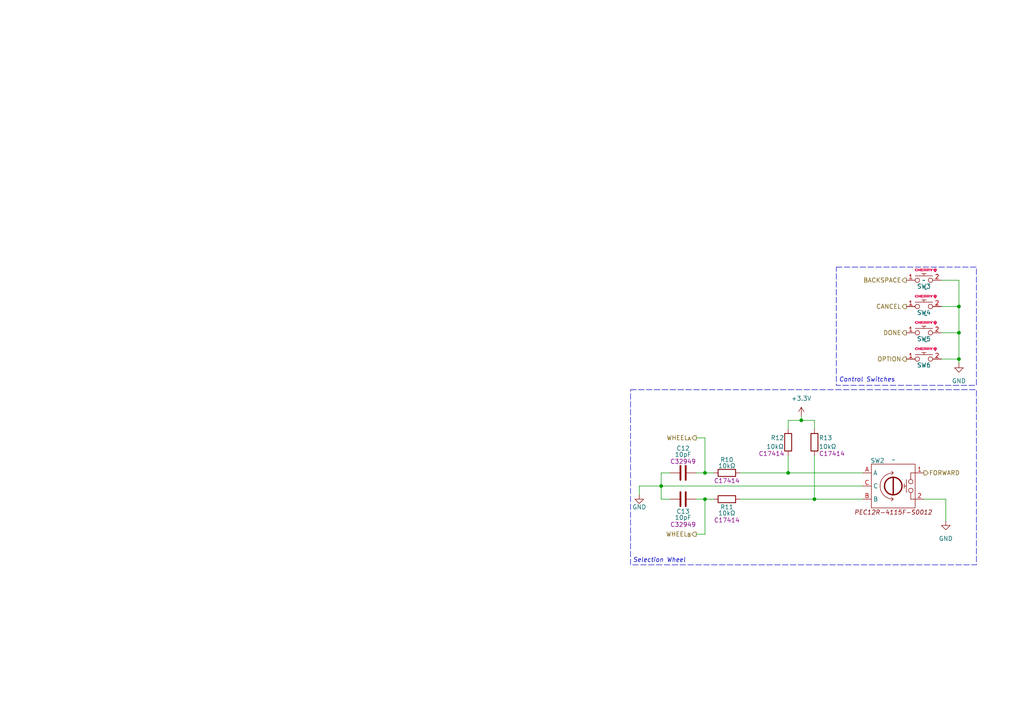
<source format=kicad_sch>
(kicad_sch (version 20231120) (generator "eeschema") (generator_version "8.0")
  (paper "A4")
  (title_block (title "Candytuft WS2811 Controller - User Controls") (date "2024-10-18") (rev "1") (company "https://git.creatures.gay/digimint/candytuft") (comment 3 "Licensed under the CERN OHL-S v2") (comment 4 "Copyright 2024 digimint"))
  (lib_symbols
    (symbol "Device:C" (pin_numbers hide) (pin_names (offset 0.254))
      (property "Reference" "C" (at 0.635 2.54 0))
      (property "Value" "C" (at 0.635 -2.54 0))
      (symbol "C_0_1"
        (polyline (pts (xy -2.032 -0.762) (xy 2.032 -0.762)) (stroke (width 0.508)))
        (polyline (pts (xy -2.032 0.762) (xy 2.032 0.762)) (stroke (width 0.508)))
      )
      (symbol "C_1_1"
        (pin passive line (at 0 3.81 270) (length 2.794) (name "~") (number "1"))
        (pin passive line (at 0 -3.81 90) (length 2.794) (name "~") (number "2"))
      )
    )
    (symbol "Device:R" (pin_numbers hide) (pin_names (offset 0))
      (property "Reference" "R" (at 2.032 0 90))
      (property "Value" "R" (at 0 0 90))
      (symbol "R_0_1"
        (rectangle (start -1.016 -2.54) (end 1.016 2.54) (stroke (width 0.254)))
      )
      (symbol "R_1_1"
        (pin passive line (at 0 3.81 270) (length 1.27) (name "~") (number "1"))
        (pin passive line (at 0 -3.81 90) (length 1.27) (name "~") (number "2"))
      )
    )
    (symbol "candytuft:Cherry-Style-Keyswitch"
      (property "Reference" "SW" (at 0 -1.778 0))
      (symbol "Cherry-Style-Keyswitch_0_1"
        (circle (center -1.905 0) (radius 0.635))
        (polyline (pts (xy -2.54 1.27) (xy 2.54 1.27)))
        (polyline (pts (xy -0.635 1.905) (xy 0.635 1.905)))
        (polyline (pts (xy 0 1.905) (xy 0 1.27)))
        (circle (center 1.905 0) (radius 0.635))
      )
      (symbol "Cherry-Style-Keyswitch_1_0"
        (polyline (pts (xy 2.9822 2.6822) (xy 2.9811 2.6823) (xy 2.9823 2.6829) (xy 2.9822 2.6822)) (stroke (width -0.0001)) (fill (type color) (color 227 0 64 1)))
        (polyline (pts (xy -1.5572 3.091) (xy -1.2546 3.091) (xy -1.2546 3.3715) (xy -1.0065 3.3715) (xy -1.0065 2.6064) (xy -1.2546 2.6064) (xy -1.2546 2.8782) (xy -1.5572 2.8782) (xy -1.5572 2.6064) (xy -1.8059 2.6064) (xy -1.8059 3.3715) (xy -1.5572 3.3715) (xy -1.5572 3.091)) (stroke (width -0.0001)) (fill (type color) (color 227 0 64 1)))
        (polyline (pts (xy -0.1747 3.193) (xy -0.6465 3.193) (xy -0.6465 3.0695) (xy -0.3347 3.0695) (xy -0.3347 2.902) (xy -0.6465 2.902) (xy -0.6465 2.7867) (xy -0.1567 2.7867) (xy -0.1567 2.6064) (xy -0.8952 2.6064) (xy -0.8952 3.3715) (xy -0.1747 3.3715) (xy -0.1747 3.193)) (stroke (width -0.0001)) (fill (type color) (color 227 0 64 1)))
        (polyline (pts (xy 2.2698 2.8266) (xy 2.2679 2.8233) (xy 2.2662 2.8199) (xy 2.2646 2.8166) (xy 2.2631 2.8132) (xy 2.2617 2.8098) (xy 2.2605 2.8065) (xy 2.2594 2.8031) (xy 2.2584 2.7996) (xy 2.2575 2.7962) (xy 2.2568 2.7926) (xy 2.2561 2.7891) (xy 2.2556 2.7855) (xy 2.2553 2.7818) (xy 2.255 2.7781) (xy 2.2548 2.7743) (xy 2.2548 2.7704) (xy 2.2548 2.6064) (xy 1.9846 2.6064) (xy 1.9846 2.7704) (xy 1.9846 2.7743) (xy 1.9844 2.7781) (xy 1.9841 2.7818) (xy 1.9837 2.7855) (xy 1.9832 2.7891) (xy 1.9826 2.7926) (xy 1.9819 2.7962) (xy 1.981 2.7996) (xy 1.98 2.8031) (xy 1.9789 2.8065) (xy 1.9777 2.8098) (xy 1.9763 2.8132) (xy 1.9748 2.8166) (xy 1.9732 2.8199) (xy 1.9714 2.8233) (xy 1.9696 2.8266) (xy 1.6548 3.3715) (xy 1.9388 3.3715) (xy 2.1098 3.0753) (xy 2.1104 3.0744) (xy 2.1109 3.0736) (xy 2.1115 3.0728) (xy 2.1121 3.0721) (xy 2.1127 3.0714) (xy 2.1133 3.0708) (xy 2.1139 3.0703) (xy 2.1145 3.0698) (xy 2.1152 3.0694) (xy 2.1158 3.069) (xy 2.1164 3.0687) (xy 2.1171 3.0684) (xy 2.1177 3.0682) (xy 2.1184 3.0681) (xy 2.119 3.068) (xy 2.1197 3.0679) (xy 2.1203 3.068) (xy 2.121 3.0681) (xy 2.1216 3.0682) (xy 2.1223 3.0684) (xy 2.1229 3.0687) (xy 2.1236 3.069) (xy 2.1242 3.0694) (xy 2.1248 3.0698) (xy 2.1255 3.0703) (xy 2.1261 3.0708) (xy 2.1267 3.0714) (xy 2.1273 3.0721) (xy 2.1279 3.0728) (xy 2.1284 3.0736) (xy 2.129 3.0744) (xy 2.1295 3.0753) (xy 2.3005 3.3715) (xy 2.5846 3.3715) (xy 2.2698 2.8266)) (stroke (width -0.0001)) (fill (type color) (color 227 0 64 1)))
        (polyline (pts (xy -1.905 3.175) (xy -2.1775 3.175) (xy -2.187 3.1748) (xy -2.1965 3.1741) (xy -2.2058 3.1729) (xy -2.2149 3.1712) (xy -2.2239 3.1692) (xy -2.2327 3.1667) (xy -2.2414 3.1637) (xy -2.2498 3.1604) (xy -2.2581 3.1567) (xy -2.2661 3.1525) (xy -2.2739 3.1481) (xy -2.2814 3.1432) (xy -2.2887 3.138) (xy -2.2958 3.1325) (xy -2.3025 3.1266) (xy -2.309 3.1205) (xy -2.3151 3.114) (xy -2.321 3.1073) (xy -2.3265 3.1002) (xy -2.3317 3.0929) (xy -2.3366 3.0854) (xy -2.341 3.0776) (xy -2.3452 3.0696) (xy -2.3489 3.0613) (xy -2.3522 3.0529) (xy -2.3552 3.0442) (xy -2.3577 3.0354) (xy -2.3598 3.0264) (xy -2.3614 3.0173) (xy -2.3626 3.008) (xy -2.3633 2.9985) (xy -2.3635 2.989) (xy -2.3633 2.9794) (xy -2.3626 2.97) (xy -2.3614 2.9607) (xy -2.3598 2.9515) (xy -2.3577 2.9425) (xy -2.3552 2.9337) (xy -2.3522 2.925) (xy -2.3489 2.9166) (xy -2.3452 2.9084) (xy -2.341 2.9003) (xy -2.3366 2.8925) (xy -2.3317 2.885) (xy -2.3265 2.8777) (xy -2.321 2.8707) (xy -2.3151 2.8639) (xy -2.309 2.8574) (xy -2.3025 2.8513) (xy -2.2958 2.8454) (xy -2.2887 2.8399) (xy -2.2814 2.8347) (xy -2.2739 2.8299) (xy -2.2661 2.8254) (xy -2.2581 2.8213) (xy -2.2498 2.8175) (xy -2.2414 2.8142) (xy -2.2327 2.8113) (xy -2.2239 2.8088) (xy -2.2149 2.8067) (xy -2.2058 2.805) (xy -2.1965 2.8038) (xy -2.187 2.8031) (xy -2.1775 2.8029) (xy -1.905 2.8029) (xy -1.905 2.607) (xy -2.2302 2.607) (xy -2.2499 2.6074) (xy -2.2693 2.6089) (xy -2.2884 2.6114) (xy -2.3072 2.6147) (xy -2.3257 2.619) (xy -2.3439 2.6241) (xy -2.3616 2.6301) (xy -2.379 2.637) (xy -2.396 2.6446) (xy -2.4124 2.6531) (xy -2.4285 2.6623) (xy -2.444 2.6722) (xy -2.459 2.6829) (xy -2.4735 2.6942) (xy -2.4873 2.7062) (xy -2.5006 2.7189) (xy -2.5133 2.7322) (xy -2.5253 2.7461) (xy -2.5367 2.7605) (xy -2.5474 2.7755) (xy -2.5573 2.791) (xy -2.5666 2.807) (xy -2.575 2.8235) (xy -2.5827 2.8405) (xy -2.5896 2.8579) (xy -2.5956 2.8757) (xy -2.6007 2.8938) (xy -2.605 2.9124) (xy -2.6084 2.9312) (xy -2.6108 2.9504) (xy -2.6123 2.9698) (xy -2.6128 2.9895) (xy -2.6123 3.0093) (xy -2.6108 3.0287) (xy -2.6084 3.0479) (xy -2.605 3.0667) (xy -2.6007 3.0852) (xy -2.5956 3.1034) (xy -2.5896 3.1211) (xy -2.5827 3.1385) (xy -2.575 3.1554) (xy -2.5666 3.1719) (xy -2.5573 3.1879) (xy -2.5474 3.2034) (xy -2.5367 3.2184) (xy -2.5253 3.2328) (xy -2.5133 3.2466) (xy -2.5006 3.2599) (xy -2.4873 3.2725) (xy -2.4735 3.2845) (xy -2.459 3.2958) (xy -2.444 3.3065) (xy -2.4285 3.3164) (xy -2.4124 3.3256) (xy -2.396 3.334) (xy -2.379 3.3416) (xy -2.3616 3.3484) (xy -2.3439 3.3544) (xy -2.3257 3.3596) (xy -2.3072 3.3638) (xy -2.2884 3.3672) (xy -2.2693 3.3696) (xy -2.2499 3.3711) (xy -2.2302 3.3715) (xy -1.905 3.3715) (xy -1.905 3.175)) (stroke (width -0.0001)) (fill (type color) (color 227 0 64 1)))
        (polyline (pts (xy 3.3298 2.8891) (xy 3.336 2.8827) (xy 3.3422 2.8763) (xy 3.3485 2.8701) (xy 3.3548 2.8638) (xy 3.3612 2.8577) (xy 3.3676 2.8517) (xy 3.3741 2.8458) (xy 3.3791 2.8415) (xy 3.3842 2.8372) (xy 3.3945 2.8288) (xy 3.4048 2.8204) (xy 3.4153 2.8122) (xy 3.4225 2.8068) (xy 3.4298 2.8014) (xy 3.4372 2.7961) (xy 3.4447 2.7909) (xy 3.4522 2.7858) (xy 3.4598 2.7808) (xy 3.4674 2.7758) (xy 3.475 2.771) (xy 3.4828 2.7661) (xy 3.4907 2.7612) (xy 3.4987 2.7565) (xy 3.5067 2.7518) (xy 3.5148 2.7472) (xy 3.5229 2.7427) (xy 3.5393 2.7339) (xy 3.5395 2.7338) (xy 3.5398 2.7337) (xy 3.54 2.7335) (xy 3.5402 2.7334) (xy 3.5406 2.7331) (xy 3.5411 2.7328) (xy 3.5413 2.7327) (xy 3.5415 2.7326) (xy 3.5417 2.7324) (xy 3.5419 2.7324) (xy 3.5421 2.7323) (xy 3.5423 2.7322) (xy 3.5424 2.7322) (xy 3.5425 2.7322) (xy 3.5426 2.7322) (xy 3.5427 2.7322) (xy 3.5428 2.7322) (xy 3.5468 2.7168) (xy 3.5499 2.7013) (xy 3.5522 2.6857) (xy 3.5535 2.67) (xy 3.554 2.6544) (xy 3.5537 2.6388) (xy 3.5525 2.6233) (xy 3.5504 2.6078) (xy 3.5475 2.5925) (xy 3.5438 2.5774) (xy 3.5393 2.5625) (xy 3.5339 2.5478) (xy 3.5278 2.5334) (xy 3.5208 2.5193) (xy 3.5131 2.5055) (xy 3.5045 2.4922) (xy 3.4953 2.4793) (xy 3.4854 2.4671) (xy 3.4749 2.4555) (xy 3.4639 2.4446) (xy 3.4523 2.4343) (xy 3.4401 2.4248) (xy 3.4275 2.4159) (xy 3.4144 2.4077) (xy 3.4009 2.4002) (xy 3.3869 2.3935) (xy 3.3726 2.3875) (xy 3.358 2.3823) (xy 3.343 2.3778) (xy 3.3277 2.3742) (xy 3.3122 2.3713) (xy 3.2964 2.3693) (xy 3.2806 2.3682) (xy 3.2648 2.3679) (xy 3.249 2.3685) (xy 3.2334 2.3699) (xy 3.218 2.3721) (xy 3.2027 2.3751) (xy 3.1876 2.3789) (xy 3.1727 2.3836) (xy 3.1582 2.389) (xy 3.1439 2.3952) (xy 3.1301 2.4022) (xy 3.1165 2.41) (xy 3.1034 2.4185) (xy 3.0908 2.4278) (xy 3.0786 2.4379) (xy 3.0669 2.4487) (xy 3.0558 2.4601) (xy 3.0455 2.472) (xy 3.0359 2.4844) (xy 3.027 2.4972) (xy 3.0189 2.5106) (xy 3.0115 2.5243) (xy 3.0049 2.5383) (xy 2.9991 2.5528) (xy 2.994 2.5675) (xy 2.9898 2.5824) (xy 2.9864 2.5976) (xy 2.9837 2.613) (xy 2.982 2.6286) (xy 2.981 2.6443) (xy 2.9809 2.6601) (xy 2.9817 2.6759) (xy 2.9818 2.6764) (xy 2.9819 2.6769) (xy 2.9819 2.6774) (xy 2.982 2.678) (xy 2.9821 2.6786) (xy 2.9821 2.6792) (xy 2.9822 2.6803) (xy 2.9822 2.6813) (xy 2.9822 2.6821) (xy 2.9822 2.6822) (xy 2.9917 2.6814) (xy 3.0022 2.6809) (xy 3.0126 2.6807) (xy 3.023 2.6809) (xy 3.0334 2.6813) (xy 3.0438 2.6821) (xy 3.0542 2.6832) (xy 3.0646 2.6846) (xy 3.0864 2.6888) (xy 3.1077 2.6944) (xy 3.1285 2.7014) (xy 3.1487 2.7097) (xy 3.1683 2.7193) (xy 3.1871 2.73) (xy 3.2052 2.742) (xy 3.2224 2.7551) (xy 3.2387 2.7693) (xy 3.2541 2.7846) (xy 3.2685 2.8009) (xy 3.2819 2.8181) (xy 3.2941 2.8362) (xy 3.3052 2.8552) (xy 3.3151 2.875) (xy 3.3237 2.8956) (xy 3.3298 2.8891)) (stroke (width -0.0001)) (fill (type color) (color 227 0 64 1)))
        (polyline (pts (xy 0.4952 3.3706) (xy 0.519 3.3676) (xy 0.5417 3.3629) (xy 0.5635 3.3565) (xy 0.5842 3.3484) (xy 0.6038 3.3388) (xy 0.6224 3.3277) (xy 0.6398 3.3154) (xy 0.656 3.3017) (xy 0.671 3.287) (xy 0.6848 3.2712) (xy 0.6973 3.2544) (xy 0.7085 3.2368) (xy 0.7184 3.2185) (xy 0.727 3.1995) (xy 0.7341 3.1799) (xy 0.7398 3.1599) (xy 0.7441 3.1394) (xy 0.7469 3.1188) (xy 0.7482 3.0979) (xy 0.7479 3.077) (xy 0.746 3.0561) (xy 0.7425 3.0353) (xy 0.7374 3.0147) (xy 0.7306 2.9945) (xy 0.7221 2.9746) (xy 0.7118 2.9553) (xy 0.6998 2.9366) (xy 0.686 2.9185) (xy 0.6703 2.9013) (xy 0.6528 2.8849) (xy 0.6334 2.8695) (xy 0.6334 2.869) (xy 0.7731 2.6058) (xy 0.5766 2.6058) (xy 0.5711 2.6059) (xy 0.5659 2.6063) (xy 0.561 2.6069) (xy 0.5586 2.6073) (xy 0.5563 2.6077) (xy 0.5541 2.6083) (xy 0.5519 2.6089) (xy 0.5498 2.6095) (xy 0.5477 2.6103) (xy 0.5457 2.6111) (xy 0.5437 2.612) (xy 0.5418 2.6129) (xy 0.5399 2.614) (xy 0.5381 2.6151) (xy 0.5363 2.6163) (xy 0.5346 2.6175) (xy 0.5329 2.6189) (xy 0.5312 2.6203) (xy 0.5296 2.6218) (xy 0.5279 2.6234) (xy 0.5264 2.6251) (xy 0.5248 2.6269) (xy 0.5233 2.6287) (xy 0.5203 2.6327) (xy 0.5174 2.637) (xy 0.5146 2.6417) (xy 0.4537 2.7478) (xy 0.4492 2.7552) (xy 0.4446 2.7621) (xy 0.4398 2.7684) (xy 0.4349 2.7741) (xy 0.4297 2.7794) (xy 0.4244 2.7841) (xy 0.4189 2.7882) (xy 0.413 2.7919) (xy 0.407 2.7952) (xy 0.4006 2.7979) (xy 0.3938 2.8002) (xy 0.3868 2.802) (xy 0.3793 2.8034) (xy 0.3715 2.8044) (xy 0.3633 2.805) (xy 0.3546 2.8052) (xy 0.1755 2.8052) (xy 0.1755 2.6064) (xy -0.0587 2.6064) (xy -0.0587 2.9913) (xy 0.1755 2.9913) (xy 0.4131 2.9913) (xy 0.4184 2.9914) (xy 0.4235 2.9918) (xy 0.4286 2.9925) (xy 0.4336 2.9934) (xy 0.4386 2.9945) (xy 0.4434 2.9959) (xy 0.4482 2.9975) (xy 0.4528 2.9993) (xy 0.4573 3.0014) (xy 0.4617 3.0036) (xy 0.466 3.0061) (xy 0.4701 3.0087) (xy 0.4741 3.0116) (xy 0.478 3.0146) (xy 0.4817 3.0178) (xy 0.4852 3.0212) (xy 0.4886 3.0248) (xy 0.4918 3.0285) (xy 0.4948 3.0323) (xy 0.4977 3.0363) (xy 0.5003 3.0405) (xy 0.5028 3.0447) (xy 0.5051 3.0491) (xy 0.5071 3.0536) (xy 0.5089 3.0583) (xy 0.5105 3.063) (xy 0.5119 3.0678) (xy 0.5131 3.0728) (xy 0.514 3.0778) (xy 0.5146 3.0829) (xy 0.515 3.0881) (xy 0.5151 3.0933) (xy 0.515 3.0985) (xy 0.5146 3.1037) (xy 0.514 3.1088) (xy 0.5131 3.1138) (xy 0.5119 3.1188) (xy 0.5105 3.1236) (xy 0.5089 3.1283) (xy 0.5071 3.133) (xy 0.5051 3.1375) (xy 0.5028 3.1419) (xy 0.5003 3.1462) (xy 0.4977 3.1503) (xy 0.4948 3.1543) (xy 0.4918 3.1581) (xy 0.4886 3.1619) (xy 0.4852 3.1654) (xy 0.4817 3.1688) (xy 0.478 3.172) (xy 0.4741 3.175) (xy 0.4701 3.1779) (xy 0.466 3.1805) (xy 0.4617 3.183) (xy 0.4573 3.1852) (xy 0.4528 3.1873) (xy 0.4482 3.1891) (xy 0.4434 3.1907) (xy 0.4386 3.1921) (xy 0.4336 3.1932) (xy 0.4286 3.1941) (xy 0.4235 3.1948) (xy 0.4184 3.1952) (xy 0.4131 3.1953) (xy 0.1755 3.1953) (xy 0.1755 2.9913) (xy -0.0587 2.9913) (xy -0.0587 3.3715) (xy 0.4705 3.3715) (xy 0.4952 3.3706)) (stroke (width -0.0001)) (fill (type color) (color 227 0 64 1)))
        (polyline (pts (xy 1.4106 3.37) (xy 1.4344 3.3671) (xy 1.4572 3.3623) (xy 1.479 3.3559) (xy 1.4997 3.3478) (xy 1.5194 3.3382) (xy 1.538 3.3272) (xy 1.5554 3.3148) (xy 1.5717 3.3012) (xy 1.5867 3.2864) (xy 1.6005 3.2706) (xy 1.6131 3.2539) (xy 1.6243 3.2363) (xy 1.6342 3.2179) (xy 1.6428 3.1989) (xy 1.6499 3.1793) (xy 1.6557 3.1593) (xy 1.6599 3.1389) (xy 1.6627 3.1182) (xy 1.664 3.0973) (xy 1.6637 3.0764) (xy 1.6619 3.0555) (xy 1.6584 3.0347) (xy 1.6533 3.0142) (xy 1.6465 2.9939) (xy 1.638 2.9741) (xy 1.6277 2.9547) (xy 1.6157 2.936) (xy 1.6019 2.9179) (xy 1.5862 2.9007) (xy 1.5687 2.8843) (xy 1.5493 2.869) (xy 1.5493 2.8684) (xy 1.689 2.6052) (xy 1.4925 2.6052) (xy 1.487 2.6053) (xy 1.4818 2.6057) (xy 1.4769 2.6063) (xy 1.4745 2.6067) (xy 1.4722 2.6072) (xy 1.47 2.6077) (xy 1.4678 2.6083) (xy 1.4656 2.609) (xy 1.4636 2.6097) (xy 1.4616 2.6105) (xy 1.4596 2.6114) (xy 1.4577 2.6124) (xy 1.4558 2.6134) (xy 1.454 2.6145) (xy 1.4522 2.6157) (xy 1.4505 2.617) (xy 1.4488 2.6183) (xy 1.4471 2.6197) (xy 1.4454 2.6213) (xy 1.4438 2.6229) (xy 1.4423 2.6245) (xy 1.4407 2.6263) (xy 1.4392 2.6281) (xy 1.4362 2.6321) (xy 1.4333 2.6365) (xy 1.4305 2.6412) (xy 1.3696 2.7472) (xy 1.3651 2.7547) (xy 1.3605 2.7615) (xy 1.3557 2.7678) (xy 1.3508 2.7736) (xy 1.3456 2.7788) (xy 1.3403 2.7835) (xy 1.3348 2.7877) (xy 1.3289 2.7914) (xy 1.3228 2.7946) (xy 1.3164 2.7973) (xy 1.3097 2.7996) (xy 1.3027 2.8014) (xy 1.2952 2.8029) (xy 1.2874 2.8038) (xy 1.2791 2.8044) (xy 1.2705 2.8046) (xy 1.0913 2.8046) (xy 1.0913 2.6058) (xy 0.8572 2.6058) (xy 0.8572 2.9907) (xy 1.0913 2.9907) (xy 1.329 2.9907) (xy 1.3342 2.9908) (xy 1.3394 2.9912) (xy 1.3445 2.9919) (xy 1.3495 2.9928) (xy 1.3545 2.9939) (xy 1.3593 2.9953) (xy 1.364 2.9969) (xy 1.3687 2.9987) (xy 1.3732 3.0008) (xy 1.3776 3.003) (xy 1.3819 3.0055) (xy 1.386 3.0082) (xy 1.39 3.011) (xy 1.3939 3.014) (xy 1.3976 3.0172) (xy 1.4011 3.0206) (xy 1.4045 3.0242) (xy 1.4077 3.0279) (xy 1.4107 3.0317) (xy 1.4136 3.0357) (xy 1.4162 3.0399) (xy 1.4187 3.0441) (xy 1.421 3.0485) (xy 1.423 3.0531) (xy 1.4248 3.0577) (xy 1.4264 3.0624) (xy 1.4278 3.0673) (xy 1.429 3.0722) (xy 1.4299 3.0772) (xy 1.4305 3.0823) (xy 1.4309 3.0875) (xy 1.431 3.0927) (xy 1.4309 3.098) (xy 1.4305 3.1031) (xy 1.4299 3.1082) (xy 1.429 3.1132) (xy 1.4278 3.1182) (xy 1.4264 3.123) (xy 1.4248 3.1278) (xy 1.423 3.1324) (xy 1.421 3.1369) (xy 1.4187 3.1413) (xy 1.4162 3.1456) (xy 1.4136 3.1497) (xy 1.4107 3.1537) (xy 1.4077 3.1576) (xy 1.4045 3.1613) (xy 1.4011 3.1648) (xy 1.3976 3.1682) (xy 1.3939 3.1714) (xy 1.39 3.1744) (xy 1.386 3.1773) (xy 1.3819 3.1799) (xy 1.3776 3.1824) (xy 1.3732 3.1847) (xy 1.3687 3.1867) (xy 1.364 3.1885) (xy 1.3593 3.1901) (xy 1.3545 3.1915) (xy 1.3495 3.1927) (xy 1.3445 3.1936) (xy 1.3394 3.1942) (xy 1.3342 3.1946) (xy 1.329 3.1947) (xy 1.0913 3.1947) (xy 1.0913 2.9907) (xy 0.8572 2.9907) (xy 0.8572 3.371) (xy 1.3858 3.371) (xy 1.4106 3.37)) (stroke (width -0.0001)) (fill (type color) (color 227 0 64 1)))
        (polyline (pts (xy 3.2735 3.612) (xy 3.2788 3.6114) (xy 3.2842 3.6104) (xy 3.2895 3.6091) (xy 3.2947 3.6075) (xy 3.2998 3.6055) (xy 3.3048 3.6031) (xy 3.3095 3.6005) (xy 3.314 3.5976) (xy 3.3183 3.5944) (xy 3.3224 3.591) (xy 3.3262 3.5873) (xy 3.3298 3.5833) (xy 3.3331 3.5792) (xy 3.3361 3.5748) (xy 3.3388 3.5702) (xy 3.3412 3.5655) (xy 3.3432 3.5606) (xy 3.345 3.5555) (xy 3.3464 3.5502) (xy 3.3474 3.5449) (xy 3.3478 3.5421) (xy 3.3481 3.5394) (xy 3.3483 3.5367) (xy 3.3484 3.5339) (xy 3.3485 3.5312) (xy 3.3484 3.5284) (xy 3.3482 3.5257) (xy 3.348 3.523) (xy 3.3476 3.5203) (xy 3.3472 3.5176) (xy 3.3467 3.5149) (xy 3.3461 3.5123) (xy 3.3454 3.5096) (xy 3.3446 3.5071) (xy 3.3437 3.5045) (xy 3.3428 3.502) (xy 3.3417 3.4996) (xy 3.3405 3.4972) (xy 3.3393 3.4948) (xy 3.338 3.4925) (xy 3.3367 3.4902) (xy 3.3353 3.4879) (xy 3.3339 3.4856) (xy 3.3324 3.4834) (xy 3.3323 3.4833) (xy 3.3321 3.4832) (xy 3.332 3.4831) (xy 3.3319 3.483) (xy 3.3316 3.4828) (xy 3.3314 3.4827) (xy 3.3313 3.4826) (xy 3.3312 3.4824) (xy 3.331 3.4823) (xy 3.3309 3.4822) (xy 3.3308 3.4821) (xy 3.3307 3.482) (xy 3.3307 3.4819) (xy 3.3307 3.4818) (xy 3.3306 3.4817) (xy 3.3305 3.4816) (xy 3.3304 3.4815) (xy 3.3301 3.4812) (xy 3.3298 3.481) (xy 3.3297 3.4809) (xy 3.3296 3.4807) (xy 3.3294 3.4806) (xy 3.3293 3.4805) (xy 3.3292 3.4804) (xy 3.3292 3.4803) (xy 3.3291 3.4802) (xy 3.3291 3.4801) (xy 3.329 3.4801) (xy 3.329 3.48) (xy 3.329 3.4799) (xy 3.329 3.4798) (xy 3.3289 3.4797) (xy 3.3289 3.4796) (xy 3.3289 3.4795) (xy 3.3289 3.4794) (xy 3.3287 3.4789) (xy 3.3285 3.4785) (xy 3.3284 3.4781) (xy 3.3282 3.4776) (xy 3.3282 3.4772) (xy 3.3281 3.4768) (xy 3.328 3.4763) (xy 3.328 3.4759) (xy 3.328 3.4755) (xy 3.3281 3.475) (xy 3.3282 3.4746) (xy 3.3282 3.4742) (xy 3.3284 3.4737) (xy 3.3285 3.4733) (xy 3.3287 3.4728) (xy 3.3289 3.4724) (xy 3.3291 3.4721) (xy 3.3293 3.4718) (xy 3.3295 3.4714) (xy 3.3297 3.4711) (xy 3.3298 3.4708) (xy 3.33 3.4705) (xy 3.3301 3.4701) (xy 3.3303 3.4698) (xy 3.3305 3.4692) (xy 3.3308 3.4685) (xy 3.3312 3.4672) (xy 3.3321 3.4646) (xy 3.3331 3.462) (xy 3.334 3.4594) (xy 3.3351 3.4568) (xy 3.3372 3.4515) (xy 3.3393 3.4463) (xy 3.3561 3.4057) (xy 3.3763 3.3584) (xy 3.3969 3.3118) (xy 3.4179 3.2659) (xy 3.4394 3.2204) (xy 3.4615 3.1752) (xy 3.4842 3.1301) (xy 3.5076 3.0849) (xy 3.5318 3.0394) (xy 3.5326 3.038) (xy 3.5335 3.0368) (xy 3.5345 3.0356) (xy 3.5355 3.0345) (xy 3.5367 3.0336) (xy 3.5378 3.0327) (xy 3.5391 3.032) (xy 3.5404 3.0313) (xy 3.5418 3.0308) (xy 3.5432 3.0304) (xy 3.5446 3.0302) (xy 3.5461 3.03) (xy 3.5475 3.03) (xy 3.549 3.0301) (xy 3.5506 3.0303) (xy 3.5513 3.0305) (xy 3.5521 3.0307) (xy 3.512 3.126) (xy 3.4739 3.2193) (xy 3.4367 3.313) (xy 3.3996 3.4092) (xy 3.4002 3.4092) (xy 3.4136 3.4059) (xy 3.427 3.4024) (xy 3.4403 3.3985) (xy 3.4535 3.3943) (xy 3.4667 3.3899) (xy 3.4797 3.3851) (xy 3.4925 3.3799) (xy 3.5053 3.3744) (xy 3.5179 3.3686) (xy 3.5303 3.3624) (xy 3.5425 3.3559) (xy 3.5546 3.3489) (xy 3.5665 3.3416) (xy 3.5781 3.3338) (xy 3.5896 3.3256) (xy 3.6008 3.3171) (xy 3.6117 3.3081) (xy 3.6221 3.2988) (xy 3.6322 3.2892) (xy 3.6419 3.2793) (xy 3.6512 3.2691) (xy 3.6601 3.2586) (xy 3.6686 3.2478) (xy 3.6767 3.2367) (xy 3.6844 3.2253) (xy 3.6918 3.2137) (xy 3.6988 3.2018) (xy 3.7054 3.1896) (xy 3.7117 3.1772) (xy 3.7176 3.1646) (xy 3.7231 3.1517) (xy 3.7283 3.1385) (xy 3.7372 3.1123) (xy 3.7448 3.0855) (xy 3.751 3.0583) (xy 3.7559 3.0308) (xy 3.7596 3.003) (xy 3.7621 2.975) (xy 3.7636 2.9469) (xy 3.7639 2.9187) (xy 3.7634 2.8905) (xy 3.7619 2.8624) (xy 3.7595 2.8344) (xy 3.7563 2.8067) (xy 3.7524 2.7793) (xy 3.7479 2.7523) (xy 3.7427 2.7257) (xy 3.737 2.6997) (xy 3.7102 2.7091) (xy 3.6832 2.7191) (xy 3.6561 2.7299) (xy 3.629 2.7415) (xy 3.6019 2.7538) (xy 3.5751 2.7669) (xy 3.5485 2.7809) (xy 3.5224 2.7957) (xy 3.4967 2.8114) (xy 3.4717 2.828) (xy 3.4473 2.8455) (xy 3.4238 2.864) (xy 3.4012 2.8834) (xy 3.3796 2.9038) (xy 3.3591 2.9253) (xy 3.3399 2.9478) (xy 3.3434 2.9685) (xy 3.3455 2.9892) (xy 3.3464 3.0099) (xy 3.346 3.0305) (xy 3.3443 3.0509) (xy 3.3413 3.0712) (xy 3.3372 3.0912) (xy 3.3318 3.1108) (xy 3.3252 3.1302) (xy 3.3175 3.149) (xy 3.3086 3.1675) (xy 3.2985 3.1853) (xy 3.2873 3.2026) (xy 3.275 3.2193) (xy 3.2616 3.2352) (xy 3.2472 3.2504) (xy 3.2486 3.2612) (xy 3.2502 3.272) (xy 3.2521 3.2828) (xy 3.2542 3.2934) (xy 3.2565 3.3041) (xy 3.2591 3.3146) (xy 3.262 3.3251) (xy 3.2651 3.3356) (xy 3.2667 3.341) (xy 3.2684 3.3465) (xy 3.2702 3.3519) (xy 3.272 3.3573) (xy 3.274 3.3626) (xy 3.276 3.368) (xy 3.2781 3.3733) (xy 3.2802 3.3785) (xy 3.2808 3.38) (xy 3.2814 3.3814) (xy 3.2825 3.3842) (xy 3.2831 3.3856) (xy 3.2836 3.3869) (xy 3.2842 3.3882) (xy 3.2848 3.3895) (xy 3.2872 3.3947) (xy 3.2872 3.3948) (xy 3.2872 3.395) (xy 3.2873 3.3951) (xy 3.2873 3.3953) (xy 3.2875 3.3956) (xy 3.2877 3.396) (xy 3.2878 3.3962) (xy 3.288 3.3964) (xy 3.2881 3.3966) (xy 3.2881 3.3968) (xy 3.2882 3.397) (xy 3.2882 3.3971) (xy 3.2883 3.3972) (xy 3.2883 3.3973) (xy 3.2883 3.3974) (xy 3.2883 3.3975) (xy 3.2883 3.3976) (xy 3.2883 3.4017) (xy 3.2883 3.4019) (xy 3.2883 3.402) (xy 3.2883 3.4022) (xy 3.2883 3.4023) (xy 3.2882 3.4026) (xy 3.2881 3.4029) (xy 3.288 3.4032) (xy 3.2879 3.4035) (xy 3.2878 3.4037) (xy 3.2877 3.404) (xy 3.2871 3.4051) (xy 3.287 3.4054) (xy 3.2868 3.4057) (xy 3.2867 3.406) (xy 3.2866 3.4063) (xy 3.2866 3.4064) (xy 3.2865 3.4066) (xy 3.2865 3.4067) (xy 3.2864 3.4069) (xy 3.2862 3.4072) (xy 3.286 3.4076) (xy 3.2859 3.4078) (xy 3.2858 3.408) (xy 3.2857 3.4082) (xy 3.2856 3.4084) (xy 3.2855 3.4086) (xy 3.2855 3.4087) (xy 3.2855 3.4088) (xy 3.2855 3.4089) (xy 3.2854 3.409) (xy 3.2854 3.4091) (xy 3.2854 3.4092) (xy 3.2852 3.4096) (xy 3.285 3.4099) (xy 3.2848 3.4102) (xy 3.2846 3.4105) (xy 3.2843 3.4112) (xy 3.284 3.4119) (xy 3.2833 3.4134) (xy 3.2829 3.4142) (xy 3.2825 3.415) (xy 3.2715 3.4394) (xy 3.2704 3.4423) (xy 3.2702 3.4425) (xy 3.2701 3.4427) (xy 3.27 3.4429) (xy 3.2698 3.4431) (xy 3.2695 3.4436) (xy 3.2693 3.444) (xy 3.2691 3.4442) (xy 3.269 3.4444) (xy 3.2689 3.4447) (xy 3.2688 3.4449) (xy 3.2687 3.4451) (xy 3.2687 3.4452) (xy 3.2687 3.4453) (xy 3.2686 3.4454) (xy 3.2686 3.4455) (xy 3.2686 3.4456) (xy 3.2686 3.4457) (xy 3.2683 3.4463) (xy 3.2679 3.4468) (xy 3.2676 3.4473) (xy 3.2672 3.4478) (xy 3.2668 3.4482) (xy 3.2664 3.4487) (xy 3.266 3.4491) (xy 3.2656 3.4494) (xy 3.2651 3.4498) (xy 3.2647 3.4501) (xy 3.2644 3.4502) (xy 3.2642 3.4503) (xy 3.264 3.4505) (xy 3.2637 3.4506) (xy 3.2635 3.4506) (xy 3.2632 3.4507) (xy 3.263 3.4508) (xy 3.2627 3.4509) (xy 3.2625 3.4509) (xy 3.2622 3.4509) (xy 3.2619 3.451) (xy 3.2617 3.451) (xy 3.2576 3.451) (xy 3.2559 3.4514) (xy 3.2552 3.4516) (xy 3.2544 3.4518) (xy 3.2536 3.4519) (xy 3.2533 3.452) (xy 3.2529 3.452) (xy 3.2525 3.4521) (xy 3.2521 3.4521) (xy 3.2516 3.4521) (xy 3.2512 3.4521) (xy 3.2511 3.4521) (xy 3.2509 3.4522) (xy 3.2507 3.4522) (xy 3.2505 3.4523) (xy 3.2503 3.4524) (xy 3.25 3.4525) (xy 3.2496 3.4527) (xy 3.2491 3.4529) (xy 3.2487 3.4531) (xy 3.2483 3.4533) (xy 3.2466 3.4533) (xy 3.2465 3.4533) (xy 3.2465 3.4534) (xy 3.2464 3.4534) (xy 3.2463 3.4535) (xy 3.2462 3.4536) (xy 3.2461 3.4536) (xy 3.2459 3.4537) (xy 3.2457 3.4537) (xy 3.2456 3.4538) (xy 3.2454 3.4538) (xy 3.2453 3.4538) (xy 3.2451 3.4538) (xy 3.2449 3.4538) (xy 3.2448 3.4539) (xy 3.2445 3.4539) (xy 3.2443 3.4539) (xy 3.244 3.4539) (xy 3.2437 3.4539) (xy 3.2434 3.4539) (xy 3.2431 3.4539) (xy 3.2427 3.4539) (xy 3.2424 3.4539) (xy 3.2417 3.4537) (xy 3.241 3.4536) (xy 3.2402 3.4534) (xy 3.2395 3.4532) (xy 3.2388 3.4529) (xy 3.2382 3.4527) (xy 3.2376 3.4524) (xy 3.2365 3.452) (xy 3.2356 3.4515) (xy 3.2356 3.4504) (xy 3.2344 3.4492) (xy 3.2327 3.4469) (xy 3.2251 3.4376) (xy 3.2177 3.4281) (xy 3.2101 3.4187) (xy 3.2064 3.414) (xy 3.2027 3.4092) (xy 3.1991 3.4043) (xy 3.1956 3.3994) (xy 3.1883 3.3893) (xy 3.1812 3.3793) (xy 3.1743 3.3691) (xy 3.1677 3.3589) (xy 3.1612 3.3486) (xy 3.1549 3.3382) (xy 3.1488 3.3277) (xy 3.1428 3.3171) (xy 3.1398 3.3117) (xy 3.1368 3.3063) (xy 3.1339 3.3009) (xy 3.1312 3.2956) (xy 3.1283 3.2904) (xy 3.1272 3.2875) (xy 3.1271 3.2874) (xy 3.127 3.2873) (xy 3.1269 3.2872) (xy 3.1268 3.2871) (xy 3.1267 3.287) (xy 3.1266 3.2868) (xy 3.1265 3.2866) (xy 3.1264 3.2864) (xy 3.1263 3.2862) (xy 3.1262 3.286) (xy 3.1262 3.2858) (xy 3.1261 3.2855) (xy 3.1261 3.2853) (xy 3.126 3.2851) (xy 3.126 3.2849) (xy 3.126 3.2847) (xy 3.126 3.2845) (xy 3.126 3.284) (xy 3.126 3.2837) (xy 3.1259 3.2835) (xy 3.1259 3.2832) (xy 3.1259 3.2829) (xy 3.1259 3.2827) (xy 3.1259 3.2824) (xy 3.1259 3.2821) (xy 3.1259 3.2819) (xy 3.1259 3.2816) (xy 3.126 3.2813) (xy 3.126 3.2811) (xy 3.1261 3.2808) (xy 3.1262 3.2803) (xy 3.1264 3.2798) (xy 3.1266 3.2793) (xy 3.1268 3.2789) (xy 3.1271 3.2784) (xy 3.1274 3.278) (xy 3.1277 3.2776) (xy 3.1281 3.2772) (xy 3.1283 3.277) (xy 3.1285 3.2768) (xy 3.1287 3.2766) (xy 3.1289 3.2765) (xy 3.1291 3.2764) (xy 3.1293 3.2762) (xy 3.1296 3.2761) (xy 3.1298 3.276) (xy 3.1302 3.2757) (xy 3.1306 3.2754) (xy 3.1309 3.2753) (xy 3.1311 3.2751) (xy 3.1313 3.275) (xy 3.1315 3.2749) (xy 3.1317 3.2749) (xy 3.1318 3.2748) (xy 3.132 3.2748) (xy 3.1321 3.2748) (xy 3.1322 3.2748) (xy 3.1323 3.2747) (xy 3.1324 3.2747) (xy 3.1335 3.2743) (xy 3.1347 3.2738) (xy 3.1359 3.2732) (xy 3.1371 3.2726) (xy 3.1396 3.2714) (xy 3.1422 3.2701) (xy 3.1474 3.2675) (xy 3.1525 3.2648) (xy 3.1575 3.262) (xy 3.1624 3.2591) (xy 3.1673 3.2561) (xy 3.1721 3.253) (xy 3.1769 3.2497) (xy 3.1817 3.2463) (xy 3.1866 3.2427) (xy 3.1915 3.239) (xy 3.1963 3.2351) (xy 3.2011 3.2312) (xy 3.2057 3.2272) (xy 3.2103 3.2231) (xy 3.2148 3.2189) (xy 3.2192 3.2146) (xy 3.2235 3.2102) (xy 3.2277 3.2057) (xy 3.2318 3.2011) (xy 3.2358 3.1964) (xy 3.2397 3.1917) (xy 3.2434 3.1868) (xy 3.2471 3.1818) (xy 3.2506 3.1768) (xy 3.2577 3.1662) (xy 3.2642 3.1554) (xy 3.2702 3.1443) (xy 3.2757 3.133) (xy 3.2807 3.1215) (xy 3.2852 3.1099) (xy 3.2891 3.098) (xy 3.2925 3.086) (xy 3.2954 3.0738) (xy 3.2978 3.0615) (xy 3.2996 3.0491) (xy 3.3009 3.0366) (xy 3.3016 3.0241) (xy 3.3018 3.0114) (xy 3.3014 2.9988) (xy 3.3005 2.9861) (xy 3.299 2.9739) (xy 3.2971 2.9619) (xy 3.2947 2.95) (xy 3.2917 2.9383) (xy 3.2883 2.9267) (xy 3.2845 2.9153) (xy 3.2801 2.904) (xy 3.2753 2.893) (xy 3.27 2.8821) (xy 3.2643 2.8715) (xy 3.2581 2.8611) (xy 3.2514 2.851) (xy 3.2443 2.8411) (xy 3.2368 2.8316) (xy 3.2289 2.8223) (xy 3.2205 2.8133) (xy 3.211 2.804) (xy 3.201 2.7952) (xy 3.1907 2.7868) (xy 3.1801 2.779) (xy 3.1691 2.7716) (xy 3.1578 2.7648) (xy 3.1462 2.7585) (xy 3.1343 2.7527) (xy 3.1222 2.7475) (xy 3.1099 2.7429) (xy 3.0974 2.7388) (xy 3.0846 2.7352) (xy 3.0717 2.7323) (xy 3.0586 2.7299) (xy 3.0454 2.7281) (xy 3.0321 2.7269) (xy 3.0198 2.7264) (xy 3.0076 2.7265) (xy 2.9954 2.727) (xy 2.9832 2.7281) (xy 2.9712 2.7297) (xy 2.9592 2.7318) (xy 2.9473 2.7344) (xy 2.9356 2.7375) (xy 2.924 2.741) (xy 2.9125 2.7451) (xy 2.9012 2.7497) (xy 2.8901 2.7547) (xy 2.8792 2.7603) (xy 2.8685 2.7663) (xy 2.858 2.7728) (xy 2.8478 2.7797) (xy 2.8371 2.7876) (xy 2.8269 2.7961) (xy 2.817 2.8049) (xy 2.8077 2.8142) (xy 2.7988 2.8239) (xy 2.7903 2.8339) (xy 2.7823 2.8443) (xy 2.7749 2.8551) (xy 2.7679 2.8662) (xy 2.7614 2.8777) (xy 2.7555 2.8894) (xy 2.7501 2.9014) (xy 2.7453 2.9137) (xy 2.741 2.9262) (xy 2.7373 2.9389) (xy 2.7341 2.9519) (xy 2.7317 2.9642) (xy 2.7298 2.9765) (xy 2.7285 2.9889) (xy 2.7277 3.0014) (xy 2.7275 3.0138) (xy 2.7278 3.0262) (xy 2.7286 3.0385) (xy 2.7299 3.0508) (xy 2.7318 3.0631) (xy 2.7343 3.0752) (xy 2.7372 3.0873) (xy 2.7407 3.0992) (xy 2.7447 3.111) (xy 2.7491 3.1227) (xy 2.7541 3.1342) (xy 2.7597 3.1455) (xy 2.766 3.1569) (xy 2.7728 3.1681) (xy 2.7801 3.1788) (xy 2.7878 3.1892) (xy 2.7959 3.1993) (xy 2.8045 3.2089) (xy 2.8135 3.2182) (xy 2.8228 3.227) (xy 2.8326 3.2354) (xy 2.8427 3.2433) (xy 2.8532 3.2508) (xy 2.864 3.2579) (xy 2.8751 3.2644) (xy 2.8866 3.2705) (xy 2.8983 3.2761) (xy 2.9104 3.2811) (xy 2.9159 3.2832) (xy 2.9215 3.2852) (xy 2.9272 3.2871) (xy 2.9329 3.2888) (xy 2.9386 3.2905) (xy 2.9443 3.292) (xy 2.9559 3.2946) (xy 2.9676 3.2967) (xy 2.9793 3.2984) (xy 2.9912 3.2996) (xy 3.0031 3.3002) (xy 3.0088 3.3004) (xy 3.0145 3.3005) (xy 3.0203 3.3004) (xy 3.026 3.3002) (xy 3.0318 3.3) (xy 3.0375 3.2996) (xy 3.0432 3.2991) (xy 3.0489 3.2985) (xy 3.0518 3.2985) (xy 3.0524 3.2985) (xy 3.0529 3.2985) (xy 3.0534 3.2986) (xy 3.054 3.2986) (xy 3.0545 3.2987) (xy 3.055 3.2988) (xy 3.0555 3.2989) (xy 3.056 3.2991) (xy 3.0565 3.2993) (xy 3.057 3.2995) (xy 3.0574 3.2997) (xy 3.0576 3.2998) (xy 3.0578 3.3) (xy 3.0581 3.3001) (xy 3.0583 3.3003) (xy 3.0585 3.3004) (xy 3.0586 3.3006) (xy 3.0588 3.3008) (xy 3.059 3.301) (xy 3.0592 3.3012) (xy 3.0593 3.3014) (xy 3.0617 3.3037) (xy 3.0617 3.3049) (xy 3.0621 3.3057) (xy 3.0624 3.3065) (xy 3.0631 3.308) (xy 3.0634 3.3087) (xy 3.0638 3.3094) (xy 3.064 3.3097) (xy 3.0642 3.31) (xy 3.0644 3.3104) (xy 3.0646 3.3107) (xy 3.0704 3.3217) (xy 3.0717 3.3245) (xy 3.0731 3.3273) (xy 3.0745 3.33) (xy 3.0759 3.3327) (xy 3.082 3.3437) (xy 3.0881 3.3545) (xy 3.0944 3.3653) (xy 3.1007 3.3759) (xy 3.1072 3.3864) (xy 3.1139 3.3969) (xy 3.1207 3.4072) (xy 3.1276 3.4175) (xy 3.1347 3.4278) (xy 3.1418 3.4378) (xy 3.1454 3.4427) (xy 3.1491 3.4477) (xy 3.1528 3.4526) (xy 3.1566 3.4575) (xy 3.1604 3.4624) (xy 3.1643 3.4672) (xy 3.1799 3.4863) (xy 3.188 3.4956) (xy 3.1904 3.4979) (xy 3.1905 3.4981) (xy 3.1907 3.4984) (xy 3.1908 3.4986) (xy 3.1909 3.4989) (xy 3.1911 3.4992) (xy 3.1912 3.4995) (xy 3.1914 3.5001) (xy 3.1915 3.5007) (xy 3.1917 3.5013) (xy 3.1918 3.5019) (xy 3.1919 3.5026) (xy 3.1919 3.5031) (xy 3.192 3.5037) (xy 3.1921 3.5046) (xy 3.1921 3.5055) (xy 3.1909 3.5072) (xy 3.1909 3.5084) (xy 3.1908 3.5088) (xy 3.1907 3.5092) (xy 3.1906 3.5096) (xy 3.1904 3.51) (xy 3.1898 3.5115) (xy 3.1896 3.5122) (xy 3.1895 3.5125) (xy 3.1894 3.5128) (xy 3.1893 3.5132) (xy 3.1892 3.5135) (xy 3.1892 3.5138) (xy 3.1892 3.5141) (xy 3.1882 3.5195) (xy 3.1876 3.5249) (xy 3.1873 3.5302) (xy 3.1874 3.5356) (xy 3.1879 3.5409) (xy 3.1887 3.5462) (xy 3.1898 3.5514) (xy 3.1913 3.5565) (xy 3.1931 3.5615) (xy 3.1953 3.5663) (xy 3.1977 3.5711) (xy 3.2005 3.5756) (xy 3.2036 3.58) (xy 3.207 3.5842) (xy 3.2107 3.5881) (xy 3.2147 3.5918) (xy 3.2188 3.5954) (xy 3.2232 3.5986) (xy 3.2277 3.6014) (xy 3.2323 3.604) (xy 3.2372 3.6062) (xy 3.2421 3.608) (xy 3.2472 3.6096) (xy 3.2523 3.6107) (xy 3.2575 3.6116) (xy 3.2628 3.6121) (xy 3.2681 3.6122) (xy 3.2735 3.612)) (stroke (width -0.0001)) (fill (type color) (color 227 0 64 1)))
      )
      (symbol "Cherry-Style-Keyswitch_1_1"
        (pin passive line (at -5.08 0 0) (length 2.54) (name "") (number "1"))
        (pin passive line (at 5.08 0 180) (length 2.54) (name "") (number "2"))
      )
    )
    (symbol "candytuft:PEC12R-4115F-S0012"
      (property "Reference" "SW" (at -5.08 7.366 0))
      (symbol "PEC12R-4115F-S0012_0_1"
        (rectangle (start -6.35 6.35) (end 6.35 -6.35))
        (arc (start -3.81 0) (mid -2.6941 -2.6941) (end 0 -3.81))
        (polyline (pts (xy 0 -3.81) (xy -0.508 -4.318)))
        (polyline (pts (xy 0 -3.81) (xy -0.508 -3.302)))
        (polyline (pts (xy 0 2.54) (xy 0 -2.54)) (stroke (width 0.381)))
        (polyline (pts (xy 0 3.81) (xy -0.508 3.302)))
        (polyline (pts (xy 0 3.81) (xy -0.508 4.318)))
        (polyline (pts (xy 3.175 0) (xy 3.81 0)))
        (polyline (pts (xy 3.175 0.635) (xy 3.175 -0.635)))
        (polyline (pts (xy 5.08 -3.81) (xy 5.08 -1.905)))
        (polyline (pts (xy 5.08 -3.81) (xy 6.35 -3.81)))
        (polyline (pts (xy 5.08 3.81) (xy 5.08 1.905)))
        (polyline (pts (xy 5.08 3.81) (xy 6.35 3.81)))
        (circle (center 0 0) (radius 2.54) (stroke (width 0.381)))
        (arc (start 0 3.81) (mid -2.6941 2.6941) (end -3.81 0))
        (circle (center 5.08 -1.27) (radius 0.635))
        (circle (center 5.08 1.27) (radius 0.635))
      )
      (symbol "PEC12R-4115F-S0012_1_1"
        (polyline (pts (xy 3.81 1.905) (xy 3.81 -1.905)))
        (text "PEC12R-4115F-S0012" (at 0 -7.62 0) (effects (font (size 1.27 1.27) (italic yes))))
        (pin passive line (at 8.89 3.81 180) (length 2.54) (name "") (number "1"))
        (pin passive line (at 8.89 -3.81 180) (length 2.54) (name "") (number "2"))
        (pin passive line (at -8.89 3.81 0) (length 2.54) (name "A") (number "A"))
        (pin passive line (at -8.89 -3.81 0) (length 2.54) (name "B") (number "B"))
        (pin passive line (at -8.89 0 0) (length 2.54) (name "C") (number "C"))
      )
    )
    (symbol "power:+3.3V" (power) (pin_numbers hide) (pin_names (offset 0) hide)
      (property "Value" "+3.3V" (at 0 3.556 0))
      (symbol "+3.3V_0_1"
        (polyline (pts (xy -0.762 1.27) (xy 0 2.54)))
        (polyline (pts (xy 0 0) (xy 0 2.54)))
        (polyline (pts (xy 0 2.54) (xy 0.762 1.27)))
      )
      (symbol "+3.3V_1_1"
        (pin power_in line (at 0 0 90) (length 0) (name "~") (number "1"))
      )
    )
    (symbol "power:GND" (power) (pin_numbers hide) (pin_names (offset 0) hide)
      (property "Value" "GND" (at 0 -3.81 0))
      (symbol "GND_0_1"
        (polyline (pts (xy 0 0) (xy 0 -1.27) (xy 1.27 -1.27) (xy 0 -2.54) (xy -1.27 -1.27) (xy 0 -1.27)))
      )
      (symbol "GND_1_1"
        (pin power_in line (at 0 0 270) (length 0) (name "~") (number "1"))
      )
    )
  )
  (junction (at 204.47 144.78))
  (junction (at 204.47 137.16))
  (junction (at 278.13 96.52))
  (junction (at 228.6 137.16))
  (junction (at 232.41 121.92))
  (junction (at 236.22 144.78))
  (junction (at 278.13 104.14))
  (junction (at 278.13 88.9))
  (junction (at 191.77 140.97))
  (wire (pts (xy 236.22 121.92) (xy 236.22 124.46)))
  (wire (pts (xy 228.6 121.92) (xy 228.6 124.46)))
  (wire (pts (xy 273.05 104.14) (xy 278.13 104.14)))
  (wire (pts (xy 228.6 121.92) (xy 232.41 121.92)))
  (wire (pts (xy 228.6 137.16) (xy 250.19 137.16)))
  (wire (pts (xy 214.63 144.78) (xy 236.22 144.78)))
  (wire (pts (xy 214.63 137.16) (xy 228.6 137.16)))
  (wire (pts (xy 273.05 81.28) (xy 278.13 81.28)))
  (wire (pts (xy 267.97 144.78) (xy 274.32 144.78)))
  (wire (pts (xy 204.47 144.78) (xy 204.47 154.94)))
  (wire (pts (xy 201.93 127) (xy 204.47 127)))
  (wire (pts (xy 274.32 144.78) (xy 274.32 151.13)))
  (wire (pts (xy 232.41 121.92) (xy 232.41 120.65)))
  (wire (pts (xy 191.77 140.97) (xy 250.19 140.97)))
  (wire (pts (xy 204.47 137.16) (xy 204.47 127)))
  (wire (pts (xy 204.47 137.16) (xy 207.01 137.16)))
  (wire (pts (xy 236.22 144.78) (xy 250.19 144.78)))
  (wire (pts (xy 228.6 132.08) (xy 228.6 137.16)))
  (wire (pts (xy 191.77 144.78) (xy 194.31 144.78)))
  (wire (pts (xy 191.77 140.97) (xy 191.77 144.78)))
  (wire (pts (xy 185.42 140.97) (xy 185.42 143.51)))
  (wire (pts (xy 278.13 96.52) (xy 278.13 104.14)))
  (wire (pts (xy 273.05 88.9) (xy 278.13 88.9)))
  (wire (pts (xy 191.77 137.16) (xy 191.77 140.97)))
  (wire (pts (xy 204.47 144.78) (xy 207.01 144.78)))
  (wire (pts (xy 201.93 144.78) (xy 204.47 144.78)))
  (wire (pts (xy 201.93 154.94) (xy 204.47 154.94)))
  (wire (pts (xy 232.41 121.92) (xy 236.22 121.92)))
  (wire (pts (xy 278.13 88.9) (xy 278.13 96.52)))
  (wire (pts (xy 278.13 81.28) (xy 278.13 88.9)))
  (wire (pts (xy 273.05 96.52) (xy 278.13 96.52)))
  (wire (pts (xy 191.77 140.97) (xy 185.42 140.97)))
  (wire (pts (xy 236.22 132.08) (xy 236.22 144.78)))
  (wire (pts (xy 278.13 104.14) (xy 278.13 105.41)))
  (wire (pts (xy 194.31 137.16) (xy 191.77 137.16)))
  (wire (pts (xy 201.93 137.16) (xy 204.47 137.16)))
  (rectangle (start 242.57 77.47) (end 283.21 111.76) (stroke (width 0) (type dash)))
  (rectangle (start 182.88 113.03) (end 283.21 163.83) (stroke (width 0) (type dash)))
  (text "Selection Wheel" (at 191.262 162.56 0) (effects (font (size 1.27 1.27) (italic yes))))
  (text "Control Switches" (at 251.46 110.236 0) (effects (font (size 1.27 1.27) (italic yes))))
  (hierarchical_label "DONE" (shape output) (at 262.89 96.52 180))
  (hierarchical_label "BACKSPACE" (shape output) (at 262.89 81.28 180))
  (hierarchical_label "WHEEL_{A}" (shape output) (at 201.93 127 180))
  (hierarchical_label "FORWARD" (shape output) (at 267.97 137.16 0))
  (hierarchical_label "WHEEL_{B}" (shape output) (at 201.93 154.94 180))
  (hierarchical_label "CANCEL" (shape output) (at 262.89 88.9 180))
  (hierarchical_label "OPTION" (shape output) (at 262.89 104.14 180))
  (symbol (lib_id "Device:R") (at 210.82 144.78 90) (unit 1)
    (property "Reference" "R11" (at 210.82 147.066 90))
    (property "Value" "10kΩ" (at 210.82 148.844 90))
    (property "Footprint" "Resistor_SMD:R_0805_2012Metric" (effects (hide yes)))
    (property "Description" "Resistor" (effects (hide yes)))
    (property "LCSC" "C17414" (at 210.82 150.876 90))
  )
  (symbol (lib_id "candytuft:Cherry-Style-Keyswitch") (at 267.97 104.14 0) (unit 1)
    (property "Reference" "SW6" (at 267.97 105.918 0))
    (property "Value" "~" (at 268.5455 99.06 0))
    (property "Footprint" "PCM_Switch_Keyboard_Hotswap_Kailh:SW_Hotswap_Kailh_MX_1.00u" (effects (hide yes)))
    (property "Description" "A keyboard switch in the style of Cherry MX." (effects (hide yes)))
  )
  (symbol (lib_id "candytuft:PEC12R-4115F-S0012") (at 259.08 140.97 0) (unit 1)
    (property "Reference" "SW2" (at 254.508 133.604 0))
    (property "Value" "~" (at 259.1594 133.35 0))
    (property "Footprint" "candytuft:PEC12R-4xxxF-Sxxxx" (effects (hide yes)))
    (property "Description" "Rotary encoder with push-button switch" (effects (hide yes)))
  )
  (symbol (lib_id "candytuft:Cherry-Style-Keyswitch") (at 267.97 88.9 0) (unit 1)
    (property "Reference" "SW4" (at 267.97 90.678 0))
    (property "Value" "~" (at 268.5455 83.82 0))
    (property "Footprint" "PCM_Switch_Keyboard_Hotswap_Kailh:SW_Hotswap_Kailh_MX_1.00u" (effects (hide yes)))
    (property "Description" "A keyboard switch in the style of Cherry MX." (effects (hide yes)))
  )
  (symbol (lib_id "Device:C") (at 198.12 137.16 90) (unit 1)
    (property "Reference" "C12" (at 198.12 130.048 90))
    (property "Value" "10pF" (at 198.12 131.826 90))
    (property "Footprint" "Capacitor_SMD:C_0402_1005Metric" (effects (hide yes)))
    (property "Description" "Unpolarized capacitor" (effects (hide yes)))
    (property "LCSC" "C32949" (at 198.12 133.858 90))
  )
  (symbol (lib_id "power:GND") (at 278.13 105.41 0) (unit 1)
    (property "Reference" "#PWR037" (effects (hide yes)))
    (property "Value" "GND" (at 278.13 110.49 0))
    (property "Description" "Power symbol creates a global label with name \"GND\" , ground" (effects (hide yes)))
  )
  (symbol (lib_id "candytuft:Cherry-Style-Keyswitch") (at 267.97 81.28 0) (unit 1)
    (property "Reference" "SW3" (at 267.97 83.058 0))
    (property "Value" "~" (at 267.97 81.28 0))
    (property "Footprint" "PCM_Switch_Keyboard_Hotswap_Kailh:SW_Hotswap_Kailh_MX_1.00u" (effects (hide yes)))
    (property "Description" "A keyboard switch in the style of Cherry MX." (effects (hide yes)))
  )
  (symbol (lib_id "power:GND") (at 274.32 151.13 0) (unit 1)
    (property "Reference" "#PWR036" (effects (hide yes)))
    (property "Value" "GND" (at 274.32 156.21 0))
    (property "Description" "Power symbol creates a global label with name \"GND\" , ground" (effects (hide yes)))
  )
  (symbol (lib_id "Device:C") (at 198.12 144.78 90) (unit 1)
    (property "Reference" "C13" (at 198.12 148.336 90))
    (property "Value" "10pF" (at 198.12 150.114 90))
    (property "Footprint" "Capacitor_SMD:C_0402_1005Metric" (effects (hide yes)))
    (property "Description" "Unpolarized capacitor" (effects (hide yes)))
    (property "LCSC" "C32949" (at 198.12 152.146 90))
  )
  (symbol (lib_id "power:+3.3V") (at 232.41 120.65 0) (unit 1)
    (property "Reference" "#PWR035" (effects (hide yes)))
    (property "Value" "+3.3V" (at 232.41 115.57 0))
    (property "Description" "Power symbol creates a global label with name \"+3.3V\"" (effects (hide yes)))
  )
  (symbol (lib_id "Device:R") (at 210.82 137.16 90) (unit 1)
    (property "Reference" "R10" (at 210.82 133.35 90))
    (property "Value" "10kΩ" (at 210.82 135.128 90))
    (property "Footprint" "Resistor_SMD:R_0805_2012Metric" (effects (hide yes)))
    (property "Description" "Resistor" (effects (hide yes)))
    (property "LCSC" "C17414" (at 210.82 139.446 90))
  )
  (symbol (lib_id "power:GND") (at 185.42 143.51 0) (unit 1)
    (property "Reference" "#PWR034" (effects (hide yes)))
    (property "Value" "GND" (at 185.42 147.066 0))
    (property "Description" "Power symbol creates a global label with name \"GND\" , ground" (effects (hide yes)))
  )
  (symbol (lib_id "candytuft:Cherry-Style-Keyswitch") (at 267.97 96.52 0) (unit 1)
    (property "Reference" "SW5" (at 267.97 98.298 0))
    (property "Value" "~" (at 268.5455 91.44 0))
    (property "Footprint" "PCM_Switch_Keyboard_Hotswap_Kailh:SW_Hotswap_Kailh_MX_1.00u" (effects (hide yes)))
    (property "Description" "A keyboard switch in the style of Cherry MX." (effects (hide yes)))
  )
  (symbol (lib_id "Device:R") (at 236.22 128.27 0) (unit 1)
    (property "Reference" "R13" (at 237.49 127 0) (effects (justify left)))
    (property "Value" "10kΩ" (at 237.49 129.54 0) (effects (justify left)))
    (property "Footprint" "Resistor_SMD:R_0805_2012Metric" (effects (hide yes)))
    (property "Description" "Resistor" (effects (hide yes)))
    (property "LCSC" "C17414" (at 241.3 131.572 0))
  )
  (symbol (lib_id "Device:R") (at 228.6 128.27 0) (unit 1)
    (property "Reference" "R12" (at 223.52 127 0) (effects (justify left)))
    (property "Value" "10kΩ" (at 222.25 129.54 0) (effects (justify left)))
    (property "Footprint" "Resistor_SMD:R_0805_2012Metric" (effects (hide yes)))
    (property "Description" "Resistor" (effects (hide yes)))
    (property "LCSC" "C17414" (at 223.774 131.572 0))
  )
)
</source>
